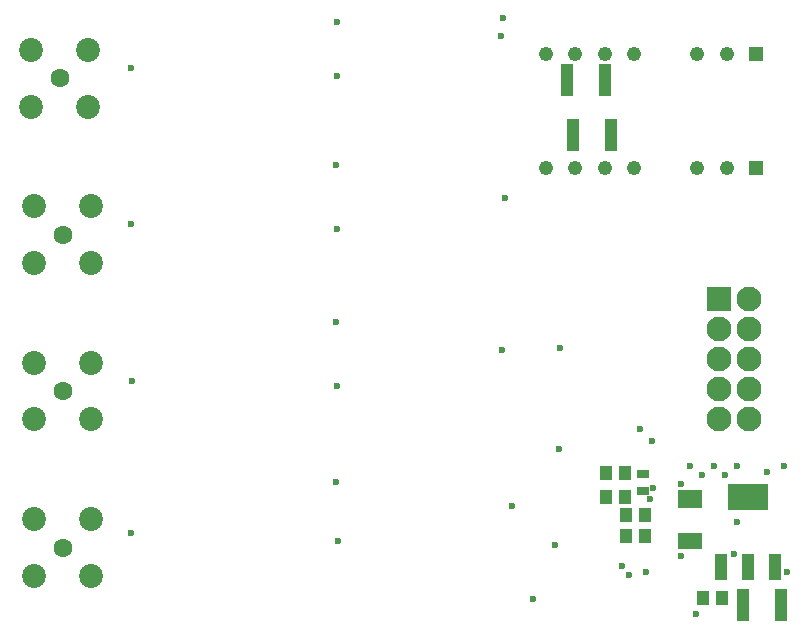
<source format=gbs>
G04*
G04 #@! TF.GenerationSoftware,Altium Limited,Altium Designer,25.6.2 (33)*
G04*
G04 Layer_Color=16711935*
%FSLAX44Y44*%
%MOMM*%
G71*
G04*
G04 #@! TF.SameCoordinates,F5E6062F-8FAF-4D23-8B74-0684357ABDF0*
G04*
G04*
G04 #@! TF.FilePolarity,Negative*
G04*
G01*
G75*
%ADD35R,1.0000X1.1500*%
%ADD48C,2.1000*%
%ADD49C,1.2300*%
%ADD50R,1.2300X1.2300*%
%ADD51C,2.0200*%
%ADD52C,1.6080*%
%ADD53R,2.1000X2.1000*%
%ADD54C,0.6000*%
%ADD70R,1.0700X0.7700*%
%ADD71R,1.0542X2.8062*%
%ADD72R,2.0600X1.4600*%
%ADD73R,2.1000X1.5000*%
%ADD74R,1.0000X2.2500*%
%ADD75R,3.3500X2.2500*%
D35*
X632000Y28000D02*
D03*
X616000D02*
D03*
X567139Y98279D02*
D03*
X551139D02*
D03*
X567140Y80276D02*
D03*
X551139D02*
D03*
X550000Y114000D02*
D03*
X534000D02*
D03*
X550000Y134000D02*
D03*
X534000D02*
D03*
D48*
X629600Y180000D02*
D03*
X655000Y256200D02*
D03*
X629600Y205400D02*
D03*
Y256200D02*
D03*
Y230800D02*
D03*
X655000Y281600D02*
D03*
Y230800D02*
D03*
Y205400D02*
D03*
Y180000D02*
D03*
D49*
X508000Y392000D02*
D03*
X533000D02*
D03*
X558000D02*
D03*
X483000D02*
D03*
X611000D02*
D03*
X636000D02*
D03*
X508000Y489000D02*
D03*
X533000D02*
D03*
X558000D02*
D03*
X483000D02*
D03*
X611000D02*
D03*
X636000D02*
D03*
D50*
X661000Y392000D02*
D03*
X661000Y489000D02*
D03*
D51*
X95268Y492268D02*
D03*
X47268D02*
D03*
X95268Y444268D02*
D03*
X47268D02*
D03*
X97768Y359767D02*
D03*
Y311768D02*
D03*
X49768Y359767D02*
D03*
Y311768D02*
D03*
X97768Y227267D02*
D03*
X49768D02*
D03*
Y179268D02*
D03*
X97768D02*
D03*
Y94768D02*
D03*
X49768D02*
D03*
X97768Y46768D02*
D03*
X49768D02*
D03*
D52*
X73768Y70768D02*
D03*
Y203268D02*
D03*
Y335768D02*
D03*
X71268Y468268D02*
D03*
D53*
X629600Y281600D02*
D03*
D54*
X597000Y63500D02*
D03*
X573000Y161000D02*
D03*
X642000Y65000D02*
D03*
X494000Y154000D02*
D03*
X567500Y50000D02*
D03*
X597500Y125000D02*
D03*
X605000Y140000D02*
D03*
X547500Y55000D02*
D03*
X553000Y48000D02*
D03*
X563000Y171000D02*
D03*
X305000Y126000D02*
D03*
X685000Y140000D02*
D03*
X635000Y132500D02*
D03*
X132000Y345000D02*
D03*
X472000Y27000D02*
D03*
X670000Y135000D02*
D03*
X571000Y112000D02*
D03*
X132000Y477000D02*
D03*
X447000Y519000D02*
D03*
X610000Y15000D02*
D03*
X306000Y516000D02*
D03*
X305000Y262000D02*
D03*
X306000Y340500D02*
D03*
X615000Y132500D02*
D03*
X645000Y140000D02*
D03*
X306038Y470038D02*
D03*
X495000Y240000D02*
D03*
X491000Y73000D02*
D03*
X307353Y76000D02*
D03*
X448000Y367000D02*
D03*
X454000Y106000D02*
D03*
X574000Y121000D02*
D03*
X132000Y83000D02*
D03*
X687500Y50000D02*
D03*
X645000Y92500D02*
D03*
X445000Y504000D02*
D03*
X625000Y140000D02*
D03*
X306000Y208000D02*
D03*
X305000Y394501D02*
D03*
X133000Y212000D02*
D03*
X446000Y238000D02*
D03*
D70*
X565000Y119050D02*
D03*
Y132950D02*
D03*
D71*
X500750Y467000D02*
D03*
X533250D02*
D03*
X505750Y420000D02*
D03*
X538250D02*
D03*
X682250Y22000D02*
D03*
X649750D02*
D03*
D72*
X605000Y76000D02*
D03*
D73*
Y112000D02*
D03*
D74*
X677000Y54750D02*
D03*
X654000D02*
D03*
X631000D02*
D03*
D75*
X654000Y113250D02*
D03*
M02*

</source>
